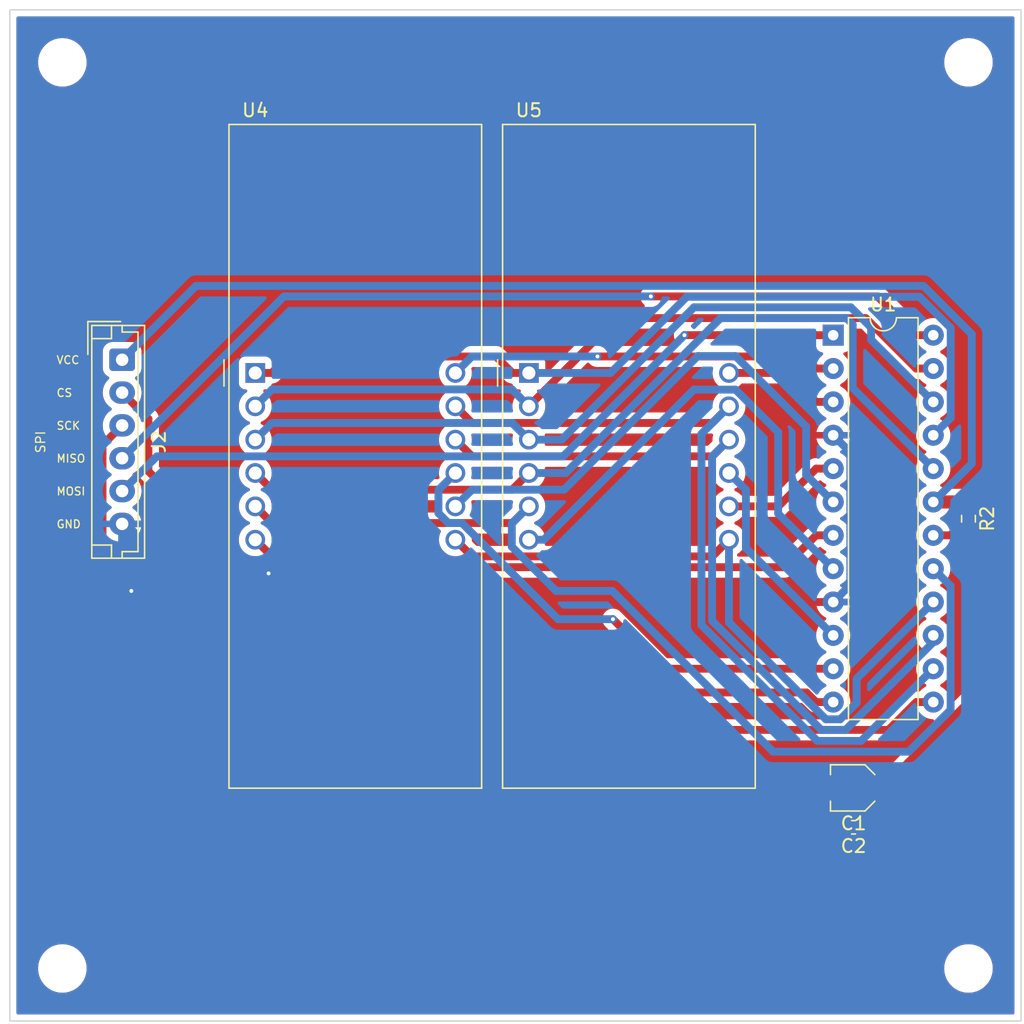
<source format=kicad_pcb>
(kicad_pcb (version 20240108) (generator "pcbnew") (generator_version "8.0")
  (layers (0 "F.Cu" signal) (31 "B.Cu" signal) (34 "B.Paste" user) (35 "F.Paste" user) (36 "B.SilkS" user "B.Silkscreen") (37 "F.SilkS" user "F.Silkscreen") (38 "B.Mask" user) (39 "F.Mask" user) (44 "Edge.Cuts" user))
  (net 0 "")
  (net 1 "Net-(U1-V+)")
  (net 2 "Net-(U1-DIN)")
  (net 3 "Net-(U1-~{CS})")
  (net 4 "Net-(U1-CLK)")
  (net 5 "Net-(U1-DOUT)")
  (net 6 "Net-(U1-ISET)")
  (net 7 "Net-(U1-DIG_3)")
  (net 8 "Net-(U1-SEG_D)")
  (net 9 "Net-(U1-SEG_C)")
  (net 10 "Net-(U1-SEG_E)")
  (net 11 "Net-(U1-DIG_7)")
  (net 12 "Net-(U1-DIG_2)")
  (net 13 "Net-(U1-DIG_0)")
  (net 14 "Net-(U1-DIG_6)")
  (net 15 "Net-(U1-SEG_G)")
  (net 16 "Net-(U1-DIG_5)")
  (net 17 "Net-(U1-DIG_1)")
  (net 18 "Net-(U1-SEG_B)")
  (net 19 "Net-(U1-SEG_F)")
  (net 20 "Net-(U1-SEG_A)")
  (net 21 "Net-(U1-SEG_DP)")
  (net 22 "Net-(U1-DIG_4)")
  (net 23 "Net-(C1-Pad2)")
  (footprint "Resistor_SMD:R_0603_1608Metric_Pad0.98x0.95mm_HandSolder" (layer "F.Cu") (at 103.75 71.5 -90)
    (property "Reference" "R2" (at 0 -1.43 90) (layer "F.SilkS"))
    (property "Value" "25kR")
    (fp_line (start -0.254724 0.5225) (end 0.254724 0.5225) (stroke (width 0.12)) (layer "F.SilkS"))
    (fp_line (start -0.254724 -0.5225) (end 0.254724 -0.5225) (stroke (width 0.12)) (layer "F.SilkS"))
    (pad "1" smd roundrect (at -0.9125 0 270) (size 0.975 0.95) (layers "F.Cu" "F.Paste" "F.Mask") (net 1 "Net-(U1-V+)"))
    (pad "2" smd roundrect (at 0.9125 0 270) (size 0.975 0.95) (layers "F.Cu" "F.Paste" "F.Mask") (net 6 "Net-(U1-ISET)"))
  )
  (footprint "Package_DIP:DIP-24_W7.62mm" (layer "F.Cu") (at 93.45 57.525)
    (property "Reference" "U1" (at 3.81 -2.33 0) (layer "F.SilkS"))
    (property "Value" "MAX7221xNG")
    (fp_line (start 1.16 -1.33) (end 1.16 29.27) (stroke (width 0.12)) (layer "F.SilkS"))
    (fp_line (start 1.16 29.27) (end 6.46 29.27) (stroke (width 0.12)) (layer "F.SilkS"))
    (fp_line (start 2.81 -1.33) (end 1.16 -1.33) (stroke (width 0.12)) (layer "F.SilkS"))
    (fp_line (start 6.46 -1.33) (end 4.81 -1.33) (stroke (width 0.12)) (layer "F.SilkS"))
    (fp_line (start 6.46 29.27) (end 6.46 -1.33) (stroke (width 0.12)) (layer "F.SilkS"))
    (fp_arc (start 4.81 -1.33) (mid 3.81 -0.33) (end 2.81 -1.33) (stroke (width 0.12)) (layer "F.SilkS"))
    (pad "1" thru_hole rect (at 0 0) (size 1.6 1.6) (drill 0.8) (layers "*.Cu" "*.Mask") (net 2 "Net-(U1-DIN)"))
    (pad "2" thru_hole oval (at 0 2.54) (size 1.6 1.6) (drill 0.8) (layers "*.Cu" "*.Mask") (net 13 "Net-(U1-DIG_0)"))
    (pad "3" thru_hole oval (at 0 5.08) (size 1.6 1.6) (drill 0.8) (layers "*.Cu" "*.Mask") (net 22 "Net-(U1-DIG_4)"))
    (pad "4" thru_hole oval (at 0 7.62) (size 1.6 1.6) (drill 0.8) (layers "*.Cu" "*.Mask") (net 23 "Net-(C1-Pad2)"))
    (pad "5" thru_hole oval (at 0 10.16) (size 1.6 1.6) (drill 0.8) (layers "*.Cu" "*.Mask") (net 14 "Net-(U1-DIG_6)"))
    (pad "6" thru_hole oval (at 0 12.7) (size 1.6 1.6) (drill 0.8) (layers "*.Cu" "*.Mask") (net 12 "Net-(U1-DIG_2)"))
    (pad "7" thru_hole oval (at 0 15.24) (size 1.6 1.6) (drill 0.8) (layers "*.Cu" "*.Mask") (net 7 "Net-(U1-DIG_3)"))
    (pad "8" thru_hole oval (at 0 17.78) (size 1.6 1.6) (drill 0.8) (layers "*.Cu" "*.Mask") (net 11 "Net-(U1-DIG_7)"))
    (pad "9" thru_hole oval (at 0 20.32) (size 1.6 1.6) (drill 0.8) (layers "*.Cu" "*.Mask") (net 23 "Net-(C1-Pad2)"))
    (pad "10" thru_hole oval (at 0 22.86) (size 1.6 1.6) (drill 0.8) (layers "*.Cu" "*.Mask") (net 16 "Net-(U1-DIG_5)"))
    (pad "11" thru_hole oval (at 0 25.4) (size 1.6 1.6) (drill 0.8) (layers "*.Cu" "*.Mask") (net 17 "Net-(U1-DIG_1)"))
    (pad "12" thru_hole oval (at 0 27.94) (size 1.6 1.6) (drill 0.8) (layers "*.Cu" "*.Mask") (net 3 "Net-(U1-~{CS})"))
    (pad "13" thru_hole oval (at 7.62 27.94) (size 1.6 1.6) (drill 0.8) (layers "*.Cu" "*.Mask") (net 4 "Net-(U1-CLK)"))
    (pad "14" thru_hole oval (at 7.62 25.4) (size 1.6 1.6) (drill 0.8) (layers "*.Cu" "*.Mask") (net 20 "Net-(U1-SEG_A)"))
    (pad "15" thru_hole oval (at 7.62 22.86) (size 1.6 1.6) (drill 0.8) (layers "*.Cu" "*.Mask") (net 19 "Net-(U1-SEG_F)"))
    (pad "16" thru_hole oval (at 7.62 20.32) (size 1.6 1.6) (drill 0.8) (layers "*.Cu" "*.Mask") (net 18 "Net-(U1-SEG_B)"))
    (pad "17" thru_hole oval (at 7.62 17.78) (size 1.6 1.6) (drill 0.8) (layers "*.Cu" "*.Mask") (net 15 "Net-(U1-SEG_G)"))
    (pad "18" thru_hole oval (at 7.62 15.24) (size 1.6 1.6) (drill 0.8) (layers "*.Cu" "*.Mask") (net 6 "Net-(U1-ISET)"))
    (pad "19" thru_hole oval (at 7.62 12.7) (size 1.6 1.6) (drill 0.8) (layers "*.Cu" "*.Mask") (net 1 "Net-(U1-V+)"))
    (pad "20" thru_hole oval (at 7.62 10.16) (size 1.6 1.6) (drill 0.8) (layers "*.Cu" "*.Mask") (net 9 "Net-(U1-SEG_C)"))
    (pad "21" thru_hole oval (at 7.62 7.62) (size 1.6 1.6) (drill 0.8) (layers "*.Cu" "*.Mask") (net 10 "Net-(U1-SEG_E)"))
    (pad "22" thru_hole oval (at 7.62 5.08) (size 1.6 1.6) (drill 0.8) (layers "*.Cu" "*.Mask") (net 21 "Net-(U1-SEG_DP)"))
    (pad "23" thru_hole oval (at 7.62 2.54) (size 1.6 1.6) (drill 0.8) (layers "*.Cu" "*.Mask") (net 8 "Net-(U1-SEG_D)"))
    (pad "24" thru_hole oval (at 7.62 0) (size 1.6 1.6) (drill 0.8) (layers "*.Cu" "*.Mask") (net 5 "Net-(U1-DOUT)"))
  )
  (footprint "Display_7Segment:CA56-12SURKWA_autorouting" (layer "F.Cu") (at 49.4375 60.4)
    (property "Reference" "U4" (at 0 -20 0) (layer "F.SilkS"))
    (property "Value" "CC56-12SURKWA")
    (fp_line (start -2.38 -1) (end -2.38 1) (stroke (width 0.12)) (layer "F.SilkS"))
    (fp_line (start -2 -18.92) (end -2 31.62) (stroke (width 0.12)) (layer "F.SilkS"))
    (fp_line (start -2 -18.92) (end 17.24 -18.92) (stroke (width 0.12)) (layer "F.SilkS"))
    (fp_line (start -2 31.62) (end 17.24 31.62) (stroke (width 0.12)) (layer "F.SilkS"))
    (fp_line (start 17.24 31.62) (end 17.24 -18.92) (stroke (width 0.12)) (layer "F.SilkS"))
    (pad "1" thru_hole rect (at 0 0) (size 1.5 1.5) (drill 1) (layers "*.Cu" "*.Mask") (net 10 "Net-(U1-SEG_E)"))
    (pad "2" thru_hole circle (at 0 2.54) (size 1.5 1.5) (drill 1) (layers "*.Cu" "*.Mask") (net 8 "Net-(U1-SEG_D)"))
    (pad "3" thru_hole circle (at 0 5.08) (size 1.5 1.5) (drill 1) (layers "*.Cu" "*.Mask") (net 21 "Net-(U1-SEG_DP)"))
    (pad "4" thru_hole circle (at 0 7.62) (size 1.5 1.5) (drill 1) (layers "*.Cu" "*.Mask") (net 9 "Net-(U1-SEG_C)"))
    (pad "5" thru_hole circle (at 0 10.16) (size 1.5 1.5) (drill 1) (layers "*.Cu" "*.Mask") (net 15 "Net-(U1-SEG_G)"))
    (pad "6" thru_hole circle (at 0 12.7) (size 1.5 1.5) (drill 1) (layers "*.Cu" "*.Mask") (net 7 "Net-(U1-DIG_3)"))
    (pad "7" thru_hole circle (at 15.24 12.7) (size 1.5 1.5) (drill 1) (layers "*.Cu" "*.Mask") (net 18 "Net-(U1-SEG_B)"))
    (pad "8" thru_hole circle (at 15.24 10.16) (size 1.5 1.5) (drill 1) (layers "*.Cu" "*.Mask") (net 12 "Net-(U1-DIG_2)"))
    (pad "9" thru_hole circle (at 15.24 7.62) (size 1.5 1.5) (drill 1) (layers "*.Cu" "*.Mask") (net 17 "Net-(U1-DIG_1)"))
    (pad "10" thru_hole circle (at 15.24 5.08) (size 1.5 1.5) (drill 1) (layers "*.Cu" "*.Mask") (net 19 "Net-(U1-SEG_F)"))
    (pad "11" thru_hole circle (at 15.24 2.54) (size 1.5 1.5) (drill 1) (layers "*.Cu" "*.Mask") (net 20 "Net-(U1-SEG_A)"))
    (pad "12" thru_hole circle (at 15.24 0) (size 1.5 1.5) (drill 1) (layers "*.Cu" "*.Mask") (net 13 "Net-(U1-DIG_0)"))
  )
  (footprint "MountingHole:MountingHole_3.2mm_M3" (layer "F.Cu") (at 34.75 36.75)
    (property "Reference" "H1" (hide yes))
    (property "Value" "MountingHole_3.2mm_M3" (hide yes))
    (pad "" np_thru_hole circle (at 0 0) (size 3.2 3.2) (drill 3.2) (layers "*.Cu" "*.Mask"))
  )
  (footprint "Capacitor_SMD:C_0603_1608Metric_Pad1.08x0.95mm_HandSolder" (layer "F.Cu") (at 95 95 180)
    (property "Reference" "C2" (at 0 -1.43 360) (layer "F.SilkS"))
    (property "Value" "0.1µF")
    (fp_line (start -0.146267 0.51) (end 0.146267 0.51) (stroke (width 0.12)) (layer "F.SilkS"))
    (fp_line (start -0.146267 -0.51) (end 0.146267 -0.51) (stroke (width 0.12)) (layer "F.SilkS"))
    (pad "1" smd roundrect (at -0.8625 0 180) (size 1.075 0.95) (layers "F.Cu" "F.Paste" "F.Mask") (net 1 "Net-(U1-V+)"))
    (pad "2" smd roundrect (at 0.8625 0 180) (size 1.075 0.95) (layers "F.Cu" "F.Paste" "F.Mask") (net 23 "Net-(C1-Pad2)"))
  )
  (footprint "Display_7Segment:CA56-12SURKWA_autorouting" (layer "F.Cu") (at 70.2725 60.4)
    (property "Reference" "U5" (at 0 -20 0) (layer "F.SilkS"))
    (property "Value" "CC56-12SURKWA")
    (fp_line (start -2.38 -1) (end -2.38 1) (stroke (width 0.12)) (layer "F.SilkS"))
    (fp_line (start -2 -18.92) (end -2 31.62) (stroke (width 0.12)) (layer "F.SilkS"))
    (fp_line (start -2 -18.92) (end 17.24 -18.92) (stroke (width 0.12)) (layer "F.SilkS"))
    (fp_line (start -2 31.62) (end 17.24 31.62) (stroke (width 0.12)) (layer "F.SilkS"))
    (fp_line (start 17.24 31.62) (end 17.24 -18.92) (stroke (width 0.12)) (layer "F.SilkS"))
    (pad "1" thru_hole rect (at 0 0) (size 1.5 1.5) (drill 1) (layers "*.Cu" "*.Mask") (net 10 "Net-(U1-SEG_E)"))
    (pad "2" thru_hole circle (at 0 2.54) (size 1.5 1.5) (drill 1) (layers "*.Cu" "*.Mask") (net 8 "Net-(U1-SEG_D)"))
    (pad "3" thru_hole circle (at 0 5.08) (size 1.5 1.5) (drill 1) (layers "*.Cu" "*.Mask") (net 21 "Net-(U1-SEG_DP)"))
    (pad "4" thru_hole circle (at 0 7.62) (size 1.5 1.5) (drill 1) (layers "*.Cu" "*.Mask") (net 9 "Net-(U1-SEG_C)"))
    (pad "5" thru_hole circle (at 0 10.16) (size 1.5 1.5) (drill 1) (layers "*.Cu" "*.Mask") (net 15 "Net-(U1-SEG_G)"))
    (pad "6" thru_hole circle (at 0 12.7) (size 1.5 1.5) (drill 1) (layers "*.Cu" "*.Mask") (net 11 "Net-(U1-DIG_7)"))
    (pad "7" thru_hole circle (at 15.24 12.7) (size 1.5 1.5) (drill 1) (layers "*.Cu" "*.Mask") (net 18 "Net-(U1-SEG_B)"))
    (pad "8" thru_hole circle (at 15.24 10.16) (size 1.5 1.5) (drill 1) (layers "*.Cu" "*.Mask") (net 14 "Net-(U1-DIG_6)"))
    (pad "9" thru_hole circle (at 15.24 7.62) (size 1.5 1.5) (drill 1) (layers "*.Cu" "*.Mask") (net 16 "Net-(U1-DIG_5)"))
    (pad "10" thru_hole circle (at 15.24 5.08) (size 1.5 1.5) (drill 1) (layers "*.Cu" "*.Mask") (net 19 "Net-(U1-SEG_F)"))
    (pad "11" thru_hole circle (at 15.24 2.54) (size 1.5 1.5) (drill 1) (layers "*.Cu" "*.Mask") (net 20 "Net-(U1-SEG_A)"))
    (pad "12" thru_hole circle (at 15.24 0) (size 1.5 1.5) (drill 1) (layers "*.Cu" "*.Mask") (net 22 "Net-(U1-DIG_4)"))
  )
  (footprint "MountingHole:MountingHole_3.2mm_M3" (layer "F.Cu") (at 103.75 36.75)
    (property "Reference" "H2" (hide yes))
    (property "Value" "MountingHole_3.2mm_M3" (hide yes))
    (pad "" np_thru_hole circle (at 0 0) (size 3.2 3.2) (drill 3.2) (layers "F&B.Cu" "*.Mask"))
  )
  (footprint "MountingHole:MountingHole_3.2mm_M3" (layer "F.Cu") (at 34.75 105.75)
    (property "Reference" "H3" (hide yes))
    (property "Value" "MountingHole_3.2mm_M3" (hide yes))
    (pad "" np_thru_hole circle (at 0 0) (size 3.2 3.2) (drill 3.2) (layers "F&B.Cu" "*.Mask"))
  )
  (footprint "MountingHole:MountingHole_3.2mm_M3" (layer "F.Cu") (at 103.75 105.75)
    (property "Reference" "H4" (hide yes))
    (property "Value" "MountingHole_3.2mm_M3" (hide yes))
    (pad "" np_thru_hole circle (at 0 0) (size 3.2 3.2) (drill 3.2) (layers "F&B.Cu" "*.Mask"))
  )
  (footprint "Connector_JST:JST_EH_B6B-EH-A_1x06_P2.50mm_Vertical" (layer "F.Cu") (at 39.3 59.3951 -90)
    (property "Reference" "J2" (at 6.25 -2.8 90) (layer "F.SilkS"))
    (property "Value" "B6B-EH-A")
    (fp_line (start -2.91 2.61) (end -0.41 2.61) (stroke (width 0.12)) (layer "F.SilkS"))
    (fp_line (start -2.61 2.31) (end 15.11 2.31) (stroke (width 0.12)) (layer "F.SilkS"))
    (fp_line (start 15.11 2.31) (end 15.11 -1.71) (stroke (width 0.12)) (layer "F.SilkS"))
    (fp_line (start -2.61 0.81) (end -1.61 0.81) (stroke (width 0.12)) (layer "F.SilkS"))
    (fp_line (start -1.61 0.81) (end -1.61 2.31) (stroke (width 0.12)) (layer "F.SilkS"))
    (fp_line (start 14.11 0.81) (end 14.11 2.31) (stroke (width 0.12)) (layer "F.SilkS"))
    (fp_line (start 15.11 0.81) (end 14.11 0.81) (stroke (width 0.12)) (layer "F.SilkS"))
    (fp_line (start -2.91 0.11) (end -2.91 2.61) (stroke (width 0.12)) (layer "F.SilkS"))
    (fp_line (start -2.61 0) (end -2.11 0) (stroke (width 0.12)) (layer "F.SilkS"))
    (fp_line (start -2.11 0) (end -2.11 -1.21) (stroke (width 0.12)) (layer "F.SilkS"))
    (fp_line (start 14.61 0) (end 15.11 0) (stroke (width 0.12)) (layer "F.SilkS"))
    (fp_line (start -2.11 -1.21) (end 14.61 -1.21) (stroke (width 0.12)) (layer "F.SilkS"))
    (fp_line (start 14.61 -1.21) (end 14.61 0) (stroke (width 0.12)) (layer "F.SilkS"))
    (fp_line (start -2.61 -1.71) (end -2.61 2.31) (stroke (width 0.12)) (layer "F.SilkS"))
    (fp_line (start 15.11 -1.71) (end -2.61 -1.71) (stroke (width 0.12)) (layer "F.SilkS"))
    (pad "1" thru_hole roundrect (at 0 0 270) (size 1.7 1.95) (drill 0.95) (layers "*.Cu" "*.Mask") (roundrect_rratio 0.147059) (net 1 "Net-(U1-V+)"))
    (pad "2" thru_hole oval (at 2.5 0 270) (size 1.7 1.95) (drill 0.95) (layers "*.Cu" "*.Mask") (net 3 "Net-(U1-~{CS})"))
    (pad "3" thru_hole oval (at 5 0 270) (size 1.7 1.95) (drill 0.95) (layers "*.Cu" "*.Mask") (net 4 "Net-(U1-CLK)"))
    (pad "4" thru_hole oval (at 7.5 0 270) (size 1.7 1.95) (drill 0.95) (layers "*.Cu" "*.Mask") (net 5 "Net-(U1-DOUT)"))
    (pad "5" thru_hole oval (at 10 0 270) (size 1.7 1.95) (drill 0.95) (layers "*.Cu" "*.Mask") (net 2 "Net-(U1-DIN)"))
    (pad "6" thru_hole oval (at 12.5 0 270) (size 1.7 1.95) (drill 0.95) (layers "*.Cu" "*.Mask") (net 23 "Net-(C1-Pad2)"))
  )
  (footprint "Capacitor_SMD:C_Elec_3x5.4" (layer "F.Cu") (at 95 92 180)
    (property "Reference" "C1" (at 0 -2.7 360) (layer "F.SilkS"))
    (property "Value" "10µF")
    (fp_line (start 1.76 1.76) (end 1.76 1.01) (stroke (width 0.12)) (layer "F.SilkS"))
    (fp_line (start 1.76 -1.76) (end 1.76 -1.01) (stroke (width 0.12)) (layer "F.SilkS"))
    (fp_line (start -0.870563 1.76) (end 1.76 1.76) (stroke (width 0.12)) (layer "F.SilkS"))
    (fp_line (start -0.870563 -1.76) (end 1.76 -1.76) (stroke (width 0.12)) (layer "F.SilkS"))
    (fp_line (start -1.620563 1.01) (end -0.870563 1.76) (stroke (width 0.12)) (layer "F.SilkS"))
    (fp_line (start -1.620563 -1.01) (end -0.870563 -1.76) (stroke (width 0.12)) (layer "F.SilkS"))
    (pad "1" smd roundrect (at -1.325 0 180) (size 2.35 1.5) (layers "F.Cu" "F.Paste" "F.Mask") (roundrect_rratio 0.166667) (net 1 "Net-(U1-V+)"))
    (pad "2" smd roundrect (at 1.325 0 180) (size 2.35 1.5) (layers "F.Cu" "F.Paste" "F.Mask") (roundrect_rratio 0.166667) (net 23 "Net-(C1-Pad2)"))
  )
  (gr_rect (start 30.75 32.75) (end 107.75 109.75) (stroke (width 0.1)) (fill none) (layer "Edge.Cuts"))
  (gr_text "MISO" (at 34.25 67.2686 0) (layer "F.SilkS") (effects (font (size 0.6 0.6) (thickness 0.1) (bold yes)) (justify left bottom)))
  (gr_text "CS" (at 34.25 62.2686 0) (layer "F.SilkS") (effects (font (size 0.6 0.6) (thickness 0.1) (bold yes)) (justify left bottom)))
  (gr_text "MOSI" (at 34.25 69.7686 0) (layer "F.SilkS") (effects (font (size 0.6 0.6) (thickness 0.1) (bold yes)) (justify left bottom)))
  (gr_text "SPI" (at 33.5 66.5751 90) (layer "F.SilkS") (effects (font (size 0.7 0.7) (thickness 0.1) (bold yes)) (justify left bottom)))
  (gr_text "GND" (at 34.25 72.2686 0) (layer "F.SilkS") (effects (font (size 0.6 0.6) (thickness 0.1) (bold yes)) (justify left bottom)))
  (gr_text "SCK" (at 34.25 64.7686 0) (layer "F.SilkS") (effects (font (size 0.6 0.6) (thickness 0.1) (bold yes)) (justify left bottom)))
  (gr_text "VCC" (at 34.25 59.7686 0) (layer "F.SilkS") (effects (font (size 0.6 0.6) (thickness 0.1) (bold yes)) (justify left bottom)))
  (segment (start 102.734 70.5875) (end 102.372 70.225) (width 0.6) (layer "F.Cu") (net 1))
  (segment (start 103.3875 70.225) (end 101.07 70.225) (width 1) (layer "F.Cu") (net 1))
  (segment (start 103.75 70.5875) (end 102.734 70.5875) (width 0.6) (layer "F.Cu") (net 1))
  (segment (start 97.499999 92) (end 104.925 84.574999) (width 1) (layer "F.Cu") (net 1))
  (segment (start 95.8625 95) (end 95.8625 92.4625) (width 1) (layer "F.Cu") (net 1))
  (segment (start 104.925 84.574999) (end 104.925 71.7625) (width 1) (layer "F.Cu") (net 1))
  (segment (start 102.372 70.225) (end 101.07 70.225) (width 0.6) (layer "F.Cu") (net 1))
  (segment (start 95.8625 92.4625) (end 96.325 92) (width 1) (layer "F.Cu") (net 1))
  (segment (start 104.925 71.7625) (end 103.3875 70.225) (width 1) (layer "F.Cu") (net 1))
  (segment (start 96.325 92) (end 97.499999 92) (width 1) (layer "F.Cu") (net 1))
  (segment (start 104 67.295) (end 101.07 70.225) (width 0.6) (layer "B.Cu") (net 1))
  (segment (start 39.3 59.3951) (end 44.9244 53.7707) (width 0.6) (layer "B.Cu") (net 1))
  (segment (start 100.323571 53.7707) (end 104 57.447129) (width 0.6) (layer "B.Cu") (net 1))
  (segment (start 44.9244 53.7707) (end 100.323571 53.7707) (width 0.6) (layer "B.Cu") (net 1))
  (segment (start 104 57.447129) (end 104 67.295) (width 0.6) (layer "B.Cu") (net 1))
  (segment (start 92.1445 57.5212) (end 82.1196 57.5212) (width 0.6) (layer "F.Cu") (net 2))
  (segment (start 93.45 57.525) (end 92.1483 57.525) (width 0.6) (layer "F.Cu") (net 2))
  (segment (start 92.1483 57.525) (end 92.1445 57.5212) (width 0.6) (layer "F.Cu") (net 2))
  (via (at 82.1196 57.5212) (size 0.6) (drill 0.3) (layers "F.Cu" "B.Cu") (net 2))
  (segment (start 72.8908 66.75) (end 82.1196 57.5212) (width 0.6) (layer "B.Cu") (net 2))
  (segment (start 39.3 69.3951) (end 41.9451 66.75) (width 0.6) (layer "B.Cu") (net 2))
  (segment (start 41.9451 66.75) (end 72.8908 66.75) (width 0.6) (layer "B.Cu") (net 2))
  (segment (start 93.45 85.465) (end 92.1483 85.465) (width 0.6) (layer "F.Cu") (net 3))
  (segment (start 49.1155 75.6984) (end 49.1155 75.6983) (width 0.6) (layer "F.Cu") (net 3))
  (segment (start 91.4145 84.7312) (end 58.1483 84.7312) (width 0.6) (layer "F.Cu") (net 3))
  (segment (start 49.1155 75.6983) (end 48.6459 75.2287) (width 0.6) (layer "F.Cu") (net 3))
  (segment (start 48.6438 75.2287) (end 41.3014 67.8863) (width 0.6) (layer "F.Cu") (net 3))
  (segment (start 92.1483 85.465) (end 91.4145 84.7312) (width 0.6) (layer "F.Cu") (net 3))
  (segment (start 41.3014 67.8863) (end 41.3014 63.8965) (width 0.6) (layer "F.Cu") (net 3))
  (segment (start 41.3014 63.8965) (end 39.3 61.8951) (width 0.6) (layer "F.Cu") (net 3))
  (segment (start 48.6459 75.2287) (end 48.6438 75.2287) (width 0.6) (layer "F.Cu") (net 3))
  (segment (start 58.1483 84.7312) (end 49.1155 75.6984) (width 0.6) (layer "F.Cu") (net 3))
  (segment (start 37.8054 72.9156) (end 52.4713 87.5815) (width 0.6) (layer "F.Cu") (net 4))
  (segment (start 52.4713 87.5815) (end 97.6518 87.5815) (width 0.6) (layer "F.Cu") (net 4))
  (segment (start 39.3 64.3951) (end 37.8054 65.8897) (width 0.6) (layer "F.Cu") (net 4))
  (segment (start 99.7683 85.465) (end 101.07 85.465) (width 0.6) (layer "F.Cu") (net 4))
  (segment (start 37.8054 65.8897) (end 37.8054 72.9156) (width 0.6) (layer "F.Cu") (net 4))
  (segment (start 97.6518 87.5815) (end 99.7683 85.465) (width 0.6) (layer "F.Cu") (net 4))
  (segment (start 96.814 54.5707) (end 79.5612 54.5707) (width 0.6) (layer "F.Cu") (net 5))
  (segment (start 99.7683 57.525) (end 96.814 54.5707) (width 0.6) (layer "F.Cu") (net 5))
  (segment (start 101.07 57.525) (end 99.7683 57.525) (width 0.6) (layer "F.Cu") (net 5))
  (via (at 79.5612 54.5707) (size 0.6) (drill 0.3) (layers "F.Cu" "B.Cu") (net 5))
  (segment (start 51.6244 54.5707) (end 39.3 66.8951) (width 0.6) (layer "B.Cu") (net 5))
  (segment (start 79.5612 54.5707) (end 51.6244 54.5707) (width 0.6) (layer "B.Cu") (net 5))
  (segment (start 102.372 72.765) (end 102.724 72.4125) (width 0.6) (layer "F.Cu") (net 6))
  (segment (start 102.724 72.4125) (end 103.75 72.4125) (width 0.6) (layer "F.Cu") (net 6))
  (segment (start 101.07 72.765) (end 102.372 72.765) (width 0.6) (layer "F.Cu") (net 6))
  (segment (start 49.4375 73.1) (end 51.5285 75.191) (width 0.6) (layer "F.Cu") (net 7))
  (segment (start 92.1483 72.765) (end 93.45 72.765) (width 0.6) (layer "F.Cu") (net 7))
  (segment (start 51.5285 75.191) (end 89.7223 75.191) (width 0.6) (layer "F.Cu") (net 7))
  (segment (start 89.7223 75.191) (end 92.1483 72.765) (width 0.6) (layer "F.Cu") (net 7))
  (segment (start 76.9897 56.2228) (end 95.9261 56.2228) (width 0.6) (layer "F.Cu") (net 8))
  (segment (start 95.9261 56.2228) (end 99.7683 60.065) (width 0.6) (layer "F.Cu") (net 8))
  (segment (start 99.7683 60.065) (end 101.07 60.065) (width 0.6) (layer "F.Cu") (net 8))
  (segment (start 70.2725 62.94) (end 76.9897 56.2228) (width 0.6) (layer "F.Cu") (net 8))
  (segment (start 50.7228 61.6547) (end 68.9872 61.6547) (width 0.6) (layer "B.Cu") (net 8))
  (segment (start 68.9872 61.6547) (end 70.2725 62.94) (width 0.6) (layer "B.Cu") (net 8))
  (segment (start 49.4375 62.94) (end 50.7228 61.6547) (width 0.6) (layer "B.Cu") (net 8))
  (segment (start 69.0025 69.29) (end 50.7075 69.29) (width 0.6) (layer "F.Cu") (net 9))
  (segment (start 50.7075 69.29) (end 49.4375 68.02) (width 0.6) (layer "F.Cu") (net 9))
  (segment (start 70.2725 68.02) (end 69.0025 69.29) (width 0.6) (layer "F.Cu") (net 9))
  (segment (start 94.9319 61.5469) (end 101.07 67.685) (width 0.6) (layer "B.Cu") (net 9))
  (segment (start 94.4579 56.2233) (end 94.9319 56.6973) (width 0.6) (layer "B.Cu") (net 9))
  (segment (start 94.9319 56.6973) (end 94.9319 61.5469) (width 0.6) (layer "B.Cu") (net 9))
  (segment (start 70.2725 68.02) (end 73.0794 68.02) (width 0.6) (layer "B.Cu") (net 9))
  (segment (start 84.8761 56.2233) (end 94.4579 56.2233) (width 0.6) (layer "B.Cu") (net 9))
  (segment (start 73.0794 68.02) (end 84.8761 56.2233) (width 0.6) (layer "B.Cu") (net 9))
  (segment (start 67.7691 59.1483) (end 69.0208 60.4) (width 0.6) (layer "F.Cu") (net 10))
  (segment (start 49.4375 60.4) (end 50.6892 60.4) (width 0.6) (layer "F.Cu") (net 10))
  (segment (start 69.0208 60.4) (end 70.2725 60.4) (width 0.6) (layer "F.Cu") (net 10))
  (segment (start 51.9409 59.1483) (end 67.7691 59.1483) (width 0.6) (layer "F.Cu") (net 10))
  (segment (start 50.6892 60.4) (end 51.9409 59.1483) (width 0.6) (layer "F.Cu") (net 10))
  (segment (start 76.4985 60.4) (end 70.2725 60.4) (width 0.6) (layer "B.Cu") (net 10))
  (segment (start 100.021 54.6001) (end 82.2984 54.6001) (width 0.6) (layer "B.Cu") (net 10))
  (segment (start 82.2984 54.6001) (end 76.4985 60.4) (width 0.6) (layer "B.Cu") (net 10))
  (segment (start 101.07 65.145) (end 102.396 63.8192) (width 0.6) (layer "B.Cu") (net 10))
  (segment (start 102.396 63.8192) (end 102.396 56.9745) (width 0.6) (layer "B.Cu") (net 10))
  (segment (start 102.396 56.9745) (end 100.021 54.6001) (width 0.6) (layer "B.Cu") (net 10))
  (segment (start 86.0143 61.67) (end 89.2586 64.9143) (width 0.6) (layer "B.Cu") (net 11))
  (segment (start 89.2586 64.9143) (end 89.2586 71.1136) (width 0.6) (layer "B.Cu") (net 11))
  (segment (start 70.2725 73.1) (end 71.4104 73.1) (width 0.6) (layer "B.Cu") (net 11))
  (segment (start 89.2586 71.1136) (end 93.45 75.305) (width 0.6) (layer "B.Cu") (net 11))
  (segment (start 71.4104 73.1) (end 82.8404 61.67) (width 0.6) (layer "B.Cu") (net 11))
  (segment (start 82.8404 61.67) (end 86.0143 61.67) (width 0.6) (layer "B.Cu") (net 11))
  (segment (start 65.9475 69.29) (end 64.6775 70.56) (width 0.6) (layer "B.Cu") (net 12))
  (segment (start 91.3873 64.4928) (end 86.0092 59.1147) (width 0.6) (layer "B.Cu") (net 12))
  (segment (start 72.955 69.29) (end 65.9475 69.29) (width 0.6) (layer "B.Cu") (net 12))
  (segment (start 93.45 70.225) (end 91.3873 68.1623) (width 0.6) (layer "B.Cu") (net 12))
  (segment (start 83.1303 59.1147) (end 72.955 69.29) (width 0.6) (layer "B.Cu") (net 12))
  (segment (start 91.3873 68.1623) (end 91.3873 64.4928) (width 0.6) (layer "B.Cu") (net 12))
  (segment (start 86.0092 59.1147) (end 83.1303 59.1147) (width 0.6) (layer "B.Cu") (net 12))
  (segment (start 93.45 60.065) (end 92.1483 60.065) (width 0.6) (layer "F.Cu") (net 13))
  (segment (start 91.2278 59.1445) (end 75.4956 59.1445) (width 0.6) (layer "F.Cu") (net 13))
  (segment (start 92.1483 60.065) (end 91.2278 59.1445) (width 0.6) (layer "F.Cu") (net 13))
  (via (at 75.4956 59.1445) (size 0.6) (drill 0.3) (layers "F.Cu" "B.Cu") (net 13))
  (segment (start 64.6775 60.4) (end 65.933 59.1445) (width 0.6) (layer "B.Cu") (net 13))
  (segment (start 65.933 59.1445) (end 75.4956 59.1445) (width 0.6) (layer "B.Cu") (net 13))
  (segment (start 93.45 67.685) (end 92.1483 67.685) (width 0.6) (layer "F.Cu") (net 14))
  (segment (start 89.2733 70.56) (end 85.5125 70.56) (width 0.6) (layer "F.Cu") (net 14))
  (segment (start 92.1483 67.685) (end 89.2733 70.56) (width 0.6) (layer "F.Cu") (net 14))
  (segment (start 70.2725 70.56) (end 69.0025 71.83) (width 0.6) (layer "F.Cu") (net 15))
  (segment (start 50.7075 71.83) (end 49.4375 70.56) (width 0.6) (layer "F.Cu") (net 15))
  (segment (start 69.0025 71.83) (end 50.7075 71.83) (width 0.6) (layer "F.Cu") (net 15))
  (segment (start 76.6266 76.9983) (end 88.8699 89.2416) (width 0.6) (layer "B.Cu") (net 15))
  (segment (start 72.343 76.9983) (end 76.6266 76.9983) (width 0.6) (layer "B.Cu") (net 15))
  (segment (start 99.1983 89.2416) (end 102.39 86.05) (width 0.6) (layer "B.Cu") (net 15))
  (segment (start 102.39 76.6249) (end 101.07 75.305) (width 0.6) (layer "B.Cu") (net 15))
  (segment (start 68.9754 73.6307) (end 72.343 76.9983) (width 0.6) (layer "B.Cu") (net 15))
  (segment (start 102.39 86.05) (end 102.39 76.6249) (width 0.6) (layer "B.Cu") (net 15))
  (segment (start 68.9754 71.8571) (end 68.9754 73.6307) (width 0.6) (layer "B.Cu") (net 15))
  (segment (start 88.8699 89.2416) (end 99.1983 89.2416) (width 0.6) (layer "B.Cu") (net 15))
  (segment (start 70.2725 70.56) (end 68.9754 71.8571) (width 0.6) (layer "B.Cu") (net 15))
  (segment (start 86.8023 73.7373) (end 86.8023 69.3098) (width 0.6) (layer "B.Cu") (net 16))
  (segment (start 86.8023 69.3098) (end 85.5125 68.02) (width 0.6) (layer "B.Cu") (net 16))
  (segment (start 93.45 80.385) (end 86.8023 73.7373) (width 0.6) (layer "B.Cu") (net 16))
  (segment (start 93.45 82.925) (end 80.4482 82.925) (width 0.6) (layer "F.Cu") (net 17))
  (segment (start 80.4482 82.925) (end 76.6742 79.151) (width 0.6) (layer "F.Cu") (net 17))
  (via (at 76.6742 79.151) (size 0.6) (drill 0.3) (layers "F.Cu" "B.Cu") (net 17))
  (segment (start 65.1778 71.83) (end 64.1388 71.83) (width 0.6) (layer "B.Cu") (net 17))
  (segment (start 63.3877 71.0789) (end 63.3877 69.3098) (width 0.6) (layer "B.Cu") (net 17))
  (segment (start 76.6742 79.151) (end 72.4988 79.151) (width 0.6) (layer "B.Cu") (net 17))
  (segment (start 72.4988 79.151) (end 65.1778 71.83) (width 0.6) (layer "B.Cu") (net 17))
  (segment (start 63.3877 69.3098) (end 64.6775 68.02) (width 0.6) (layer "B.Cu") (net 17))
  (segment (start 64.1388 71.83) (end 63.3877 71.0789) (width 0.6) (layer "B.Cu") (net 17))
  (segment (start 65.948 74.3705) (end 64.6775 73.1) (width 0.6) (layer "F.Cu") (net 18))
  (segment (start 85.5125 73.1) (end 84.242 74.3705) (width 0.6) (layer "F.Cu") (net 18))
  (segment (start 84.242 74.3705) (end 65.948 74.3705) (width 0.6) (layer "F.Cu") (net 18))
  (segment (start 95.2343 83.6807) (end 101.07 77.845) (width 0.6) (layer "B.Cu") (net 18))
  (segment (start 85.5125 79.3948) (end 92.8922 86.7745) (width 0.6) (layer "B.Cu") (net 18))
  (segment (start 93.9848 86.7745) (end 95.2343 85.525) (width 0.6) (layer "B.Cu") (net 18))
  (segment (start 85.5125 73.1) (end 85.5125 79.3948) (width 0.6) (layer "B.Cu") (net 18))
  (segment (start 95.2343 85.525) (end 95.2343 83.6807) (width 0.6) (layer "B.Cu") (net 18))
  (segment (start 92.8922 86.7745) (end 93.9848 86.7745) (width 0.6) (layer "B.Cu") (net 18))
  (segment (start 85.5125 65.48) (end 84.2425 66.75) (width 0.6) (layer "F.Cu") (net 19))
  (segment (start 84.2425 66.75) (end 65.9475 66.75) (width 0.6) (layer "F.Cu") (net 19))
  (segment (start 65.9475 66.75) (end 64.6775 65.48) (width 0.6) (layer "F.Cu") (net 19))
  (segment (start 84.2257 79.2682) (end 92.5394 87.5819) (width 0.6) (layer "B.Cu") (net 19))
  (segment (start 92.5394 87.5819) (end 94.3899 87.5819) (width 0.6) (layer "B.Cu") (net 19))
  (segment (start 85.5125 65.48) (end 84.2257 66.7668) (width 0.6) (layer "B.Cu") (net 19))
  (segment (start 84.2257 66.7668) (end 84.2257 79.2682) (width 0.6) (layer "B.Cu") (net 19))
  (segment (start 101.07 80.9018) (end 101.07 80.385) (width 0.6) (layer "B.Cu") (net 19))
  (segment (start 94.3899 87.5819) (end 101.07 80.9018) (width 0.6) (layer "B.Cu") (net 19))
  (segment (start 65.9475 64.21) (end 64.6775 62.94) (width 0.6) (layer "F.Cu") (net 20))
  (segment (start 85.5125 62.94) (end 84.2425 64.21) (width 0.6) (layer "F.Cu") (net 20))
  (segment (start 84.2425 64.21) (end 65.9475 64.21) (width 0.6) (layer "F.Cu") (net 20))
  (segment (start 83.4157 65.0368) (end 83.4157 79.5941) (width 0.6) (layer "B.Cu") (net 20))
  (segment (start 83.4157 79.5941) (end 92.2419 88.4203) (width 0.6) (layer "B.Cu") (net 20))
  (segment (start 92.2419 88.4203) (end 95.5747 88.4203) (width 0.6) (layer "B.Cu") (net 20))
  (segment (start 95.5747 88.4203) (end 101.07 82.925) (width 0.6) (layer "B.Cu") (net 20))
  (segment (start 85.5125 62.94) (end 83.4157 65.0368) (width 0.6) (layer "B.Cu") (net 20))
  (segment (start 82.8467 55.4018) (end 72.7685 65.48) (width 0.6) (layer "B.Cu") (net 21))
  (segment (start 94.7934 55.4018) (end 82.8467 55.4018) (width 0.6) (layer "B.Cu") (net 21))
  (segment (start 101.07 62.605) (end 96.3375 57.8725) (width 0.6) (layer "B.Cu") (net 21))
  (segment (start 96.3375 57.8725) (end 96.3375 56.9459) (width 0.6) (layer "B.Cu") (net 21))
  (segment (start 72.7685 65.48) (end 70.2725 65.48) (width 0.6) (layer "B.Cu") (net 21))
  (segment (start 70.2725 65.48) (end 69.0025 64.21) (width 0.6) (layer "B.Cu") (net 21))
  (segment (start 96.3375 56.9459) (end 94.7934 55.4018) (width 0.6) (layer "B.Cu") (net 21))
  (segment (start 50.7075 64.21) (end 49.4375 65.48) (width 0.6) (layer "B.Cu") (net 21))
  (segment (start 69.0025 64.21) (end 50.7075 64.21) (width 0.6) (layer "B.Cu") (net 21))
  (segment (start 89.9433 60.4) (end 85.5125 60.4) (width 0.6) (layer "F.Cu") (net 22))
  (segment (start 93.45 62.605) (end 92.1483 62.605) (width 0.6) (layer "F.Cu") (net 22))
  (segment (start 92.1483 62.605) (end 89.9433 60.4) (width 0.6) (layer "F.Cu") (net 22))
  (segment (start 94.1375 95) (end 94.1375 92.4625) (width 1) (layer "F.Cu") (net 23))
  (segment (start 94.1375 92.4625) (end 93.675 92) (width 1) (layer "F.Cu") (net 23))
  (segment (start 93.45 77.845) (end 52.6371 77.845) (width 0.6) (layer "F.Cu") (net 23))
  (segment (start 55 92) (end 40 77) (width 1) (layer "F.Cu") (net 23))
  (segment (start 52.6371 77.845) (end 50.4525 75.6604) (width 0.6) (layer "F.Cu") (net 23))
  (segment (start 93.675 92) (end 55 92) (width 1) (layer "F.Cu") (net 23))
  (via (at 40 77) (size 0.6) (drill 0.3) (layers "F.Cu" "B.Cu") (net 23))
  (via (at 50.4525 75.6604) (size 0.6) (drill 0.3) (layers "F.Cu" "B.Cu") (net 23))
  (segment (start 93.45 77.845) (end 94.7517 76.5433) (width 0.6) (layer "B.Cu") (net 23))
  (segment (start 50.4525 75.6604) (end 41.7136 75.6604) (width 0.6) (layer "B.Cu") (net 23))
  (segment (start 94.7517 76.5433) (end 94.7517 66.4467) (width 0.6) (layer "B.Cu") (net 23))
  (segment (start 94.7517 66.4467) (end 93.45 65.145) (width 0.6) (layer "B.Cu") (net 23))
  (segment (start 39.3 71.8951) (end 39.3 73.2468) (width 0.6) (layer "B.Cu") (net 23))
  (segment (start 41.7136 75.6604) (end 39.3 73.2468) (width 0.6) (layer "B.Cu") (net 23))
  (segment (start 40 77) (end 40 72.5951) (width 1) (layer "B.Cu") (net 23))
  (segment (start 40 72.5951) (end 39.3 71.8951) (width 1) (layer "B.Cu") (net 23))
  (zone (net 23) (net_name "Net-(C1-Pad2)") (layers "F&B.Cu") (connect_pads (clearance 0.5)) (min_thickness 0.25) (fill yes (thermal_gap 0.5) (thermal_bridge_width 0.5) (island_removal_mode 1) (island_area_min 10))
    (polygon (pts (xy 30 32) (xy 30 110) (xy 108 110) (xy 108 32)))
  )
)
</source>
